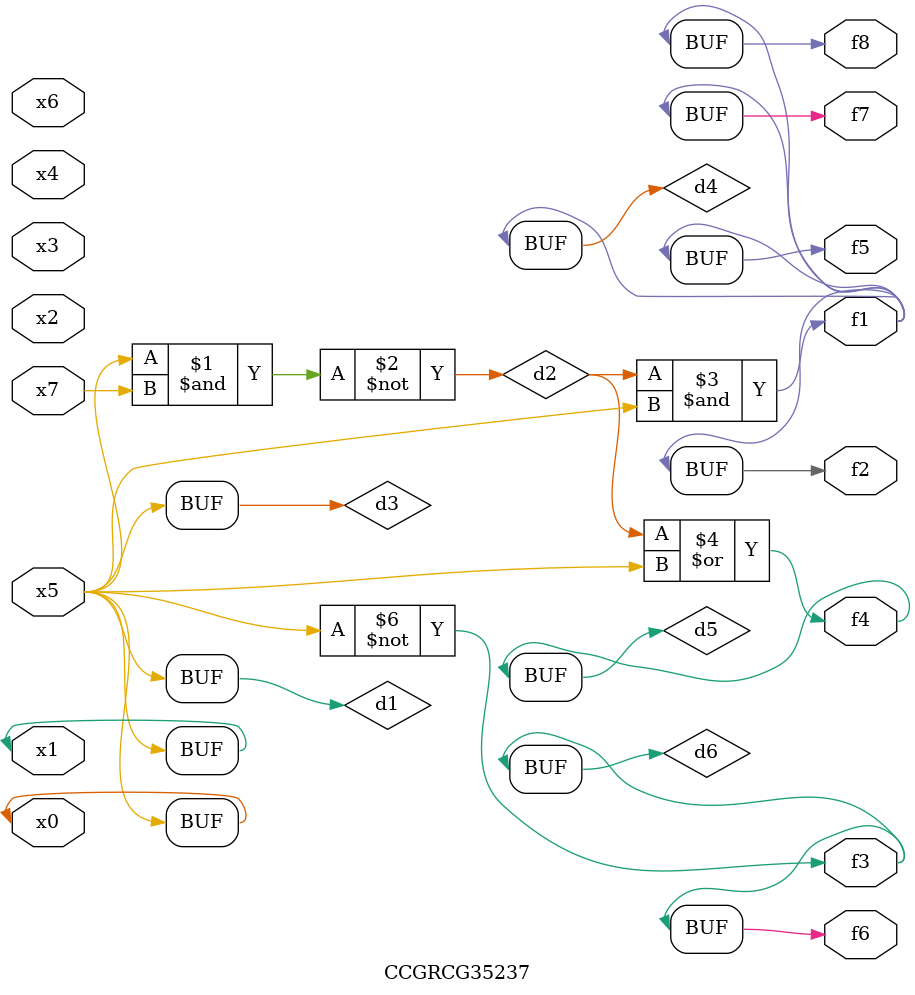
<source format=v>
module CCGRCG35237(
	input x0, x1, x2, x3, x4, x5, x6, x7,
	output f1, f2, f3, f4, f5, f6, f7, f8
);

	wire d1, d2, d3, d4, d5, d6;

	buf (d1, x0, x5);
	nand (d2, x5, x7);
	buf (d3, x0, x1);
	and (d4, d2, d3);
	or (d5, d2, d3);
	nor (d6, d1, d3);
	assign f1 = d4;
	assign f2 = d4;
	assign f3 = d6;
	assign f4 = d5;
	assign f5 = d4;
	assign f6 = d6;
	assign f7 = d4;
	assign f8 = d4;
endmodule

</source>
